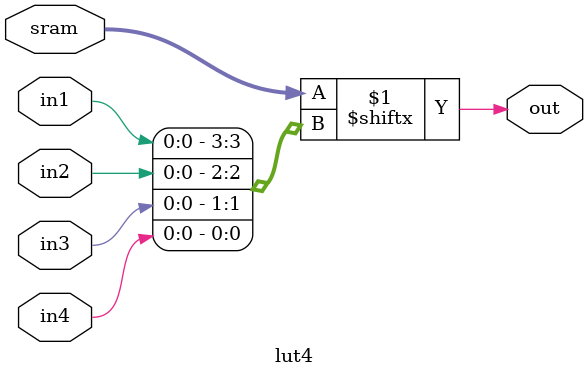
<source format=sv>
module lut4 (
    input  in1, in2, in3, in4,
    input  [15:0] sram,
    output out
);
    assign out = sram[{in1,in2,in3,in4}];
endmodule
</source>
